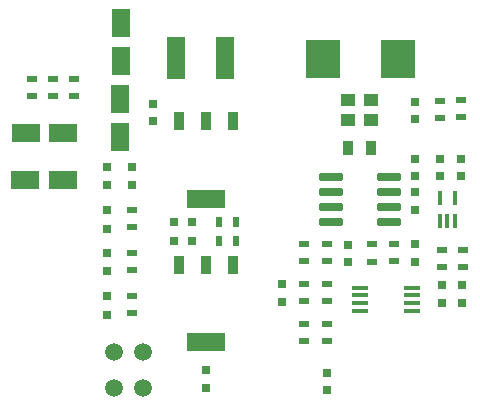
<source format=gtp>
G04*
G04 #@! TF.GenerationSoftware,Altium Limited,Altium Designer,21.3.2 (30)*
G04*
G04 Layer_Color=8421504*
%FSTAX25Y25*%
%MOIN*%
G70*
G04*
G04 #@! TF.SameCoordinates,A5ECCF02-3B51-4883-8FBB-CF9BCB37C224*
G04*
G04*
G04 #@! TF.FilePolarity,Positive*
G04*
G01*
G75*
%ADD19R,0.11811X0.12992*%
%ADD20C,0.05906*%
%ADD21R,0.12992X0.06496*%
%ADD22R,0.03740X0.06496*%
%ADD23R,0.03150X0.03150*%
%ADD24R,0.02165X0.03543*%
%ADD25R,0.06000X0.14000*%
%ADD26R,0.06102X0.09252*%
%ADD27R,0.03543X0.02165*%
%ADD28R,0.09252X0.06102*%
%ADD29R,0.03150X0.03150*%
G04:AMPARAMS|DCode=30|XSize=77.56mil|YSize=23.62mil|CornerRadius=2.95mil|HoleSize=0mil|Usage=FLASHONLY|Rotation=0.000|XOffset=0mil|YOffset=0mil|HoleType=Round|Shape=RoundedRectangle|*
%AMROUNDEDRECTD30*
21,1,0.07756,0.01772,0,0,0.0*
21,1,0.07165,0.02362,0,0,0.0*
1,1,0.00591,0.03583,-0.00886*
1,1,0.00591,-0.03583,-0.00886*
1,1,0.00591,-0.03583,0.00886*
1,1,0.00591,0.03583,0.00886*
%
%ADD30ROUNDEDRECTD30*%
%ADD31R,0.03543X0.05118*%
%ADD32R,0.05118X0.04331*%
G04:AMPARAMS|DCode=33|XSize=46.85mil|YSize=15.75mil|CornerRadius=1.97mil|HoleSize=0mil|Usage=FLASHONLY|Rotation=90.000|XOffset=0mil|YOffset=0mil|HoleType=Round|Shape=RoundedRectangle|*
%AMROUNDEDRECTD33*
21,1,0.04685,0.01181,0,0,90.0*
21,1,0.04291,0.01575,0,0,90.0*
1,1,0.00394,0.00591,0.02146*
1,1,0.00394,0.00591,-0.02146*
1,1,0.00394,-0.00591,-0.02146*
1,1,0.00394,-0.00591,0.02146*
%
%ADD33ROUNDEDRECTD33*%
%ADD34R,0.05512X0.01772*%
D19*
X0343821Y0387652D02*
D03*
X0318624D02*
D03*
D20*
X02586Y02901D02*
D03*
Y0278D02*
D03*
X02491D02*
D03*
Y02901D02*
D03*
D21*
X02798Y0293413D02*
D03*
Y0341213D02*
D03*
D22*
X0270745Y03192D02*
D03*
X02798D02*
D03*
X0288855D02*
D03*
X0270745Y0367D02*
D03*
X02798D02*
D03*
X0288855D02*
D03*
D23*
X0275Y03273D02*
D03*
X0269094D02*
D03*
Y03334D02*
D03*
X0275D02*
D03*
D24*
X0289809Y0327272D02*
D03*
X02841D02*
D03*
X0284046Y0333428D02*
D03*
X0289754D02*
D03*
D25*
X0269659Y0388D02*
D03*
X02862D02*
D03*
D26*
X02513Y0399798D02*
D03*
Y03872D02*
D03*
X0251204Y0374486D02*
D03*
Y0361887D02*
D03*
D27*
X02358Y0381263D02*
D03*
Y0375554D02*
D03*
X0228672Y0381263D02*
D03*
Y0375554D02*
D03*
X02216Y0375576D02*
D03*
Y0381284D02*
D03*
X0255Y0337573D02*
D03*
Y0331864D02*
D03*
Y0323304D02*
D03*
Y0317595D02*
D03*
Y0308938D02*
D03*
Y030323D02*
D03*
X03576Y0368246D02*
D03*
Y0373954D02*
D03*
X03647Y03684D02*
D03*
Y0374109D02*
D03*
X03654Y031856D02*
D03*
Y0324269D02*
D03*
X03585Y0324248D02*
D03*
Y0318539D02*
D03*
X0312556Y0326022D02*
D03*
Y0320313D02*
D03*
X0320056Y0326022D02*
D03*
Y0320313D02*
D03*
Y0293846D02*
D03*
Y0299554D02*
D03*
X03125Y0299533D02*
D03*
Y0293824D02*
D03*
Y0312767D02*
D03*
Y0307058D02*
D03*
X032Y0312767D02*
D03*
Y0307058D02*
D03*
X0335Y0320292D02*
D03*
Y0326D02*
D03*
X0342556Y0326022D02*
D03*
Y0320313D02*
D03*
D28*
X0219614Y0363304D02*
D03*
X0232213D02*
D03*
X02321Y03476D02*
D03*
X0219502D02*
D03*
D29*
X02468Y0308938D02*
D03*
Y0302639D02*
D03*
Y0323304D02*
D03*
Y0317005D02*
D03*
Y0337573D02*
D03*
Y0331274D02*
D03*
Y03458D02*
D03*
Y0351706D02*
D03*
X0255028Y03458D02*
D03*
Y0351706D02*
D03*
X02798Y0278095D02*
D03*
Y0284D02*
D03*
X03493Y0373553D02*
D03*
Y0367647D02*
D03*
X03494Y0337494D02*
D03*
Y03434D02*
D03*
Y0354553D02*
D03*
Y0348647D02*
D03*
X0357628Y0354553D02*
D03*
Y0348647D02*
D03*
X0364672Y0354553D02*
D03*
Y0348647D02*
D03*
X03651Y0306547D02*
D03*
Y0312453D02*
D03*
X03585Y0312353D02*
D03*
Y0306447D02*
D03*
X03494Y03202D02*
D03*
Y0326105D02*
D03*
X0320028Y0277347D02*
D03*
Y0283253D02*
D03*
X03052Y0312879D02*
D03*
Y0306974D02*
D03*
X03271Y0325953D02*
D03*
Y0320047D02*
D03*
X02619Y0367D02*
D03*
Y0372905D02*
D03*
D30*
X0340824Y03485D02*
D03*
Y03435D02*
D03*
Y03385D02*
D03*
Y03335D02*
D03*
X0321376D02*
D03*
Y03385D02*
D03*
Y03435D02*
D03*
Y03485D02*
D03*
D31*
X033464Y03581D02*
D03*
X032716D02*
D03*
D32*
X033464Y0374247D02*
D03*
Y0367553D02*
D03*
X032716Y0374247D02*
D03*
Y0367553D02*
D03*
D33*
X0357628Y0341359D02*
D03*
X0362746D02*
D03*
Y03338D02*
D03*
X0360187D02*
D03*
X0357628D02*
D03*
D34*
X0331039Y0311639D02*
D03*
Y030908D02*
D03*
Y0306521D02*
D03*
Y0303961D02*
D03*
X0348361D02*
D03*
Y0306521D02*
D03*
Y030908D02*
D03*
Y0311639D02*
D03*
M02*

</source>
